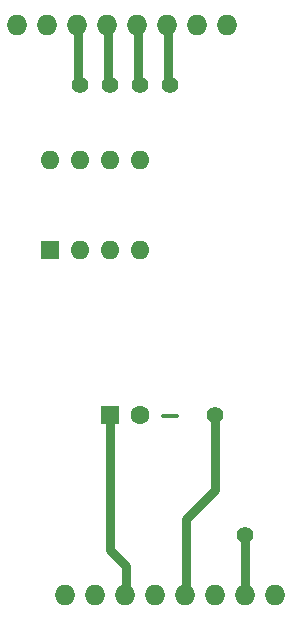
<source format=gbr>
G04 #@! TF.GenerationSoftware,KiCad,Pcbnew,(5.0.2)-1*
G04 #@! TF.CreationDate,2019-08-18T23:26:54-04:00*
G04 #@! TF.ProjectId,ATTINY_Bootloader,41545449-4e59-45f4-926f-6f746c6f6164,rev?*
G04 #@! TF.SameCoordinates,Original*
G04 #@! TF.FileFunction,Copper,L1,Top*
G04 #@! TF.FilePolarity,Positive*
%FSLAX46Y46*%
G04 Gerber Fmt 4.6, Leading zero omitted, Abs format (unit mm)*
G04 Created by KiCad (PCBNEW (5.0.2)-1) date 8/18/2019 11:26:54 PM*
%MOMM*%
%LPD*%
G01*
G04 APERTURE LIST*
G04 #@! TA.AperFunction,NonConductor*
%ADD10C,0.300000*%
G04 #@! TD*
G04 #@! TA.AperFunction,ComponentPad*
%ADD11O,1.727200X1.727200*%
G04 #@! TD*
G04 #@! TA.AperFunction,ComponentPad*
%ADD12C,1.600000*%
G04 #@! TD*
G04 #@! TA.AperFunction,ComponentPad*
%ADD13R,1.600000X1.600000*%
G04 #@! TD*
G04 #@! TA.AperFunction,ComponentPad*
%ADD14O,1.600000X1.600000*%
G04 #@! TD*
G04 #@! TA.AperFunction,ViaPad*
%ADD15C,1.400000*%
G04 #@! TD*
G04 #@! TA.AperFunction,Conductor*
%ADD16C,0.800000*%
G04 #@! TD*
G04 APERTURE END LIST*
D10*
X164528571Y-113137142D02*
X165671428Y-113137142D01*
D11*
G04 #@! TO.P,XA1,VIN*
G04 #@! TO.N,Net-(XA1-PadVIN)*
X173990000Y-128270000D03*
G04 #@! TO.P,XA1,GND3*
G04 #@! TO.N,GND*
X171450000Y-128270000D03*
G04 #@! TO.P,XA1,GND2*
G04 #@! TO.N,Net-(XA1-PadGND2)*
X168910000Y-128270000D03*
G04 #@! TO.P,XA1,5V1*
G04 #@! TO.N,+5V*
X166370000Y-128270000D03*
G04 #@! TO.P,XA1,3V3*
G04 #@! TO.N,Net-(XA1-Pad3V3)*
X163830000Y-128270000D03*
G04 #@! TO.P,XA1,RST1*
G04 #@! TO.N,Net-(C1-Pad1)*
X161290000Y-128270000D03*
G04 #@! TO.P,XA1,IORF*
G04 #@! TO.N,Net-(XA1-PadIORF)*
X158750000Y-128270000D03*
G04 #@! TO.P,XA1,GND1*
G04 #@! TO.N,Net-(XA1-PadGND1)*
X154686000Y-80010000D03*
G04 #@! TO.P,XA1,D8*
G04 #@! TO.N,Net-(XA1-PadD8)*
X169926000Y-80010000D03*
G04 #@! TO.P,XA1,D9*
G04 #@! TO.N,Net-(XA1-PadD9)*
X167386000Y-80010000D03*
G04 #@! TO.P,XA1,D10*
G04 #@! TO.N,PIN10_PIN1*
X164846000Y-80010000D03*
G04 #@! TO.P,XA1,AREF*
G04 #@! TO.N,Net-(XA1-PadAREF)*
X152146000Y-80010000D03*
G04 #@! TO.P,XA1,D13*
G04 #@! TO.N,PIN13_PIN7*
X157226000Y-80010000D03*
G04 #@! TO.P,XA1,D12*
G04 #@! TO.N,PIN12_PIN6*
X159766000Y-80010000D03*
G04 #@! TO.P,XA1,D11*
G04 #@! TO.N,PIN11_PIN5*
X162306000Y-80010000D03*
G04 #@! TO.P,XA1,*
G04 #@! TO.N,*
X156210000Y-128270000D03*
G04 #@! TD*
D12*
G04 #@! TO.P,C1,2*
G04 #@! TO.N,GND*
X162520000Y-113030000D03*
D13*
G04 #@! TO.P,C1,1*
G04 #@! TO.N,Net-(C1-Pad1)*
X160020000Y-113030000D03*
G04 #@! TD*
D14*
G04 #@! TO.P,U1,8*
G04 #@! TO.N,+5V*
X154940000Y-91440000D03*
G04 #@! TO.P,U1,4*
G04 #@! TO.N,GND*
X162560000Y-99060000D03*
G04 #@! TO.P,U1,7*
G04 #@! TO.N,PIN13_PIN7*
X157480000Y-91440000D03*
G04 #@! TO.P,U1,3*
G04 #@! TO.N,Net-(U1-Pad3)*
X160020000Y-99060000D03*
G04 #@! TO.P,U1,6*
G04 #@! TO.N,PIN12_PIN6*
X160020000Y-91440000D03*
G04 #@! TO.P,U1,2*
G04 #@! TO.N,Net-(U1-Pad2)*
X157480000Y-99060000D03*
G04 #@! TO.P,U1,5*
G04 #@! TO.N,PIN11_PIN5*
X162560000Y-91440000D03*
D13*
G04 #@! TO.P,U1,1*
G04 #@! TO.N,PIN10_PIN1*
X154940000Y-99060000D03*
G04 #@! TD*
D15*
G04 #@! TO.N,GND*
X171450000Y-123190000D03*
G04 #@! TO.N,+5V*
X168910000Y-113030000D03*
G04 #@! TO.N,PIN13_PIN7*
X157480000Y-85090000D03*
G04 #@! TO.N,PIN12_PIN6*
X160020000Y-85090000D03*
G04 #@! TO.N,PIN11_PIN5*
X162560000Y-85090000D03*
G04 #@! TO.N,PIN10_PIN1*
X165100000Y-85090000D03*
G04 #@! TD*
D16*
G04 #@! TO.N,GND*
X171450000Y-128270000D02*
X171450000Y-123190000D01*
G04 #@! TO.N,Net-(C1-Pad1)*
X161365001Y-128345001D02*
X161365001Y-125805001D01*
X160020000Y-124460000D02*
X160020000Y-113030000D01*
X161365001Y-125805001D02*
X160020000Y-124460000D01*
G04 #@! TO.N,+5V*
X166445001Y-128345001D02*
X166445001Y-121844999D01*
X166445001Y-121844999D02*
X168910000Y-119380000D01*
X168910000Y-119380000D02*
X168910000Y-113030000D01*
G04 #@! TO.N,PIN13_PIN7*
X157301001Y-80085001D02*
X157301001Y-84911001D01*
X157301001Y-84911001D02*
X157480000Y-85090000D01*
G04 #@! TO.N,PIN12_PIN6*
X159841001Y-80085001D02*
X159841001Y-84911001D01*
X159841001Y-84911001D02*
X160020000Y-85090000D01*
G04 #@! TO.N,PIN11_PIN5*
X162381001Y-80085001D02*
X162381001Y-84911001D01*
X162381001Y-84911001D02*
X162560000Y-85090000D01*
G04 #@! TO.N,PIN10_PIN1*
X164921001Y-80085001D02*
X164921001Y-84911001D01*
X164921001Y-84911001D02*
X165100000Y-85090000D01*
G04 #@! TD*
M02*

</source>
